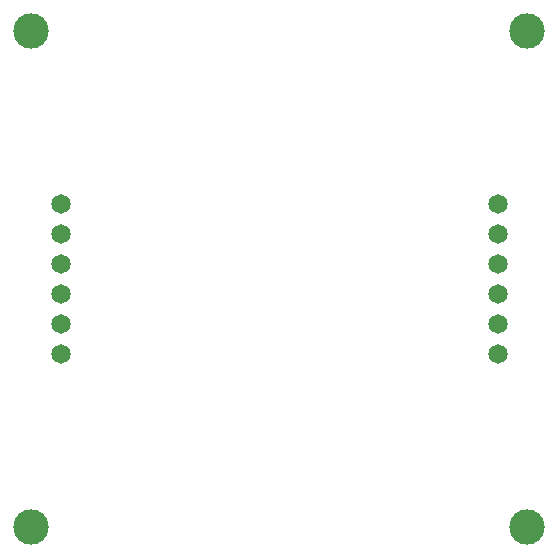
<source format=gbs>
%FSLAX34Y34*%
G04 Gerber Fmt 3.4, Leading zero omitted, Abs format*
G04 (created by PCBNEW (2014-03-05 BZR 4734)-product) date Thu 06 Mar 2014 08:16:33 PM CET*
%MOIN*%
G01*
G70*
G90*
G04 APERTURE LIST*
%ADD10C,0.005906*%
%ADD11C,0.065000*%
%ADD12C,0.118110*%
G04 APERTURE END LIST*
G54D10*
G54D11*
X26969Y-46744D03*
X26969Y-47744D03*
X26969Y-45744D03*
X26969Y-44744D03*
X26969Y-48744D03*
X26969Y-49744D03*
X41535Y-47744D03*
X41535Y-46744D03*
X41535Y-48744D03*
X41535Y-49744D03*
X41535Y-45744D03*
X41535Y-44744D03*
G54D12*
X42520Y-38976D03*
X25984Y-55512D03*
X42520Y-55512D03*
X25984Y-38976D03*
M02*

</source>
